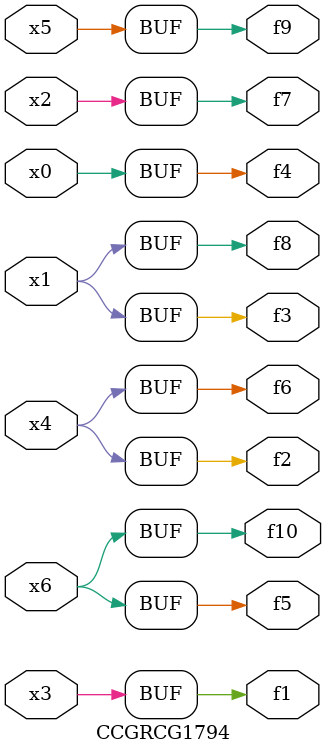
<source format=v>
module CCGRCG1794(
	input x0, x1, x2, x3, x4, x5, x6,
	output f1, f2, f3, f4, f5, f6, f7, f8, f9, f10
);
	assign f1 = x3;
	assign f2 = x4;
	assign f3 = x1;
	assign f4 = x0;
	assign f5 = x6;
	assign f6 = x4;
	assign f7 = x2;
	assign f8 = x1;
	assign f9 = x5;
	assign f10 = x6;
endmodule

</source>
